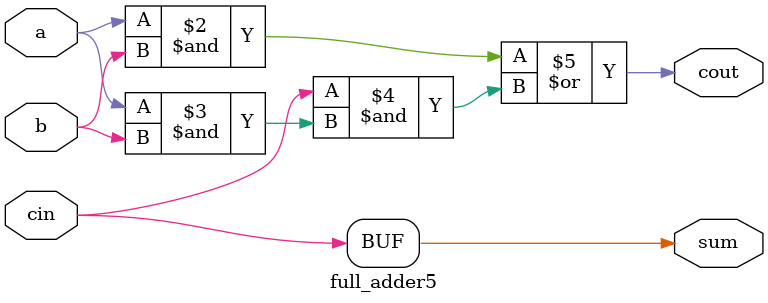
<source format=v>
module full_adder5(a,b,cin,sum,cout);
input a,b,cin;
output sum,cout;
assign sum = 1'b0^cin;
assign cout = a&b|cin&(a&b); 
// initial begin
//     $display("The incorrect adder with xor0 and xor1 having out/0 and in1/0");
// end   
endmodule
</source>
